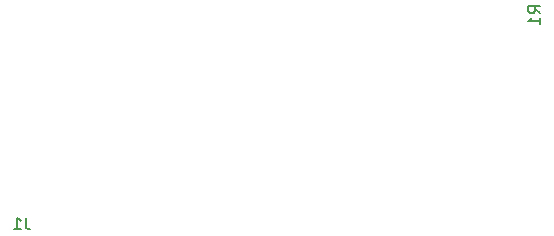
<source format=gbr>
G04 #@! TF.GenerationSoftware,KiCad,Pcbnew,(5.1.9-0-10_14)*
G04 #@! TF.CreationDate,2023-01-06T07:48:33+10:00*
G04 #@! TF.ProjectId,OH - Relay and Backlight Distribution,4f48202d-2052-4656-9c61-7920616e6420,rev?*
G04 #@! TF.SameCoordinates,Original*
G04 #@! TF.FileFunction,Legend,Bot*
G04 #@! TF.FilePolarity,Positive*
%FSLAX46Y46*%
G04 Gerber Fmt 4.6, Leading zero omitted, Abs format (unit mm)*
G04 Created by KiCad (PCBNEW (5.1.9-0-10_14)) date 2023-01-06 07:48:33*
%MOMM*%
%LPD*%
G01*
G04 APERTURE LIST*
%ADD10C,0.150000*%
G04 APERTURE END LIST*
D10*
X115585833Y-89664680D02*
X115585833Y-90378966D01*
X115633452Y-90521823D01*
X115728690Y-90617061D01*
X115871547Y-90664680D01*
X115966785Y-90664680D01*
X114585833Y-90664680D02*
X115157261Y-90664680D01*
X114871547Y-90664680D02*
X114871547Y-89664680D01*
X114966785Y-89807538D01*
X115062023Y-89902776D01*
X115157261Y-89950395D01*
X159138880Y-72350333D02*
X158662690Y-72017000D01*
X159138880Y-71778904D02*
X158138880Y-71778904D01*
X158138880Y-72159857D01*
X158186500Y-72255095D01*
X158234119Y-72302714D01*
X158329357Y-72350333D01*
X158472214Y-72350333D01*
X158567452Y-72302714D01*
X158615071Y-72255095D01*
X158662690Y-72159857D01*
X158662690Y-71778904D01*
X159138880Y-73302714D02*
X159138880Y-72731285D01*
X159138880Y-73017000D02*
X158138880Y-73017000D01*
X158281738Y-72921761D01*
X158376976Y-72826523D01*
X158424595Y-72731285D01*
M02*

</source>
